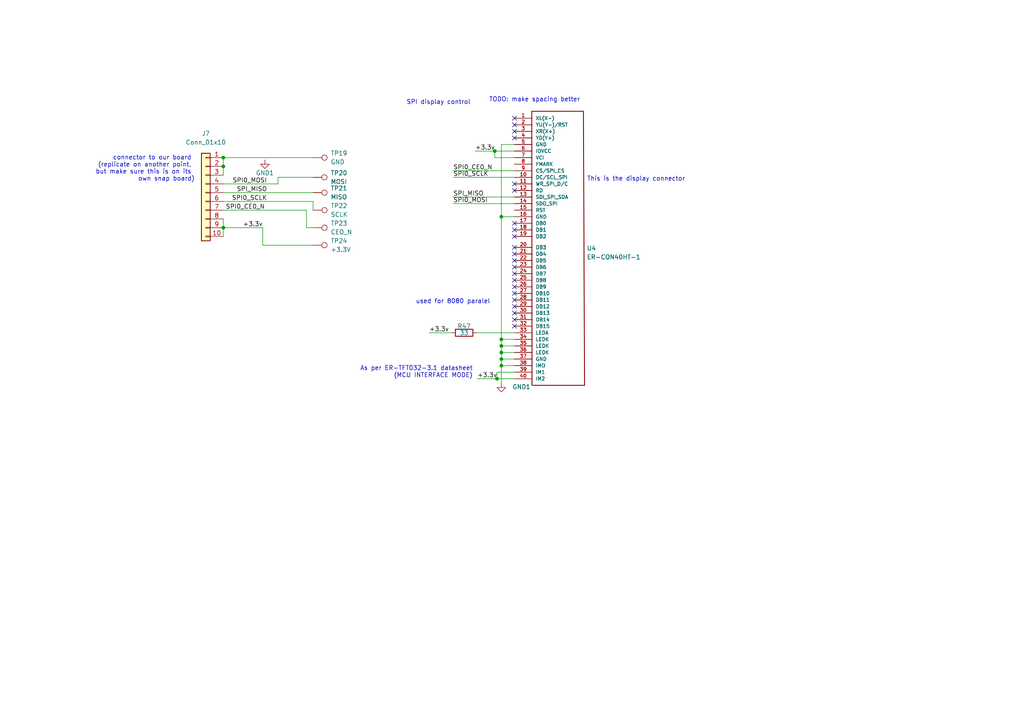
<source format=kicad_sch>
(kicad_sch (version 20210621) (generator eeschema)
  (paper "A4")
  (title_block (title "Display connector board (not part of mainboard)") (rev "indevRev2"))
  (lib_symbols
    (symbol "CON40:ER-CON40HT-1" (pin_names (offset 1.016))
      (property "Reference" "U" (at 8.001 2.9972 0))
      (property "Value" "ER-CON40HT-1" (at 5.08 -80.01 0))
      (symbol "ER-CON40HT-1_0_0"
        (polyline (pts (xy 5.0038 2.0066) (xy 19.9898 2.0066)) (stroke (width 0.254)))
        (polyline (pts (xy 5.08 -77.47) (xy 5.0038 2.0066)) (stroke (width 0.254)))
        (polyline (pts (xy 19.9898 2.0066) (xy 20.32 -77.47)) (stroke (width 0.254)))
        (polyline (pts (xy 20.32 -77.47) (xy 5.334 -77.47)) (stroke (width 0.254)))
        (pin bidirectional line (at 0 0 0) (length 5.08) (name "XL(X-)") (number "1"))
        (pin bidirectional line (at 0 -17.145 0) (length 5.08) (name "DC/SCL_SPI") (number "10"))
        (pin bidirectional line (at 0 -19.05 0) (length 5.08) (name "WR_SPI_D/C") (number "11"))
        (pin bidirectional line (at 0 -20.955 0) (length 5.08) (name "RD") (number "12"))
        (pin bidirectional line (at 0 -22.86 0) (length 5.08) (name "SDI_SPI_SDA") (number "13"))
        (pin bidirectional line (at 0 -24.765 0) (length 5.08) (name "SDO_SPI") (number "14"))
        (pin bidirectional line (at 0 -26.67 0) (length 5.08) (name "RST") (number "15"))
        (pin bidirectional line (at 0 -28.575 0) (length 5.08) (name "GND") (number "16"))
        (pin bidirectional line (at 0 -30.48 0) (length 5.08) (name "DB0") (number "17"))
        (pin bidirectional line (at 0 -32.385 0) (length 5.08) (name "DB1") (number "18"))
        (pin bidirectional line (at 0 -34.29 0) (length 5.08) (name "DB2") (number "19"))
        (pin bidirectional line (at 0 -1.905 0) (length 5.08) (name "YU(Y-)/RST") (number "2"))
        (pin bidirectional line (at 0 -37.465 0) (length 5.08) (name "DB3") (number "20"))
        (pin bidirectional line (at 0 -39.37 0) (length 5.08) (name "DB4") (number "21"))
        (pin bidirectional line (at 0 -41.275 0) (length 5.08) (name "DB5") (number "22"))
        (pin bidirectional line (at 0 -43.18 0) (length 5.08) (name "DB6") (number "23"))
        (pin bidirectional line (at 0 -45.085 0) (length 5.08) (name "DB7") (number "24"))
        (pin bidirectional line (at 0 -46.99 0) (length 5.08) (name "DB8") (number "25"))
        (pin bidirectional line (at 0 -48.895 0) (length 5.08) (name "DB9") (number "26"))
        (pin bidirectional line (at 0 -50.8 0) (length 5.08) (name "DB10") (number "27"))
        (pin bidirectional line (at 0 -52.705 0) (length 5.08) (name "DB11") (number "28"))
        (pin bidirectional line (at 0 -54.61 0) (length 5.08) (name "DB12") (number "29"))
        (pin bidirectional line (at 0 -3.81 0) (length 5.08) (name "XR(X+)") (number "3"))
        (pin bidirectional line (at 0 -56.515 0) (length 5.08) (name "DB13") (number "30"))
        (pin bidirectional line (at 0 -58.42 0) (length 5.08) (name "DB14") (number "31"))
        (pin bidirectional line (at 0 -60.325 0) (length 5.08) (name "DB15") (number "32"))
        (pin bidirectional line (at 0 -62.23 0) (length 5.08) (name "LEDA") (number "33"))
        (pin bidirectional line (at 0 -64.135 0) (length 5.08) (name "LEDK") (number "34"))
        (pin bidirectional line (at 0 -66.04 0) (length 5.08) (name "LEDK") (number "35"))
        (pin bidirectional line (at 0 -67.945 0) (length 5.08) (name "LEDK") (number "36"))
        (pin bidirectional line (at 0 -69.85 0) (length 5.08) (name "GND") (number "37"))
        (pin bidirectional line (at 0 -71.755 0) (length 5.08) (name "IMO") (number "38"))
        (pin bidirectional line (at 0 -73.66 0) (length 5.08) (name "IM1") (number "39"))
        (pin bidirectional line (at 0 -5.715 0) (length 5.08) (name "YD(Y+)") (number "4"))
        (pin bidirectional line (at 0 -75.565 0) (length 5.08) (name "IM2") (number "40"))
        (pin bidirectional line (at 0 -7.62 0) (length 5.08) (name "GND") (number "5"))
        (pin bidirectional line (at 0 -9.525 0) (length 5.08) (name "IOVCC") (number "6"))
        (pin bidirectional line (at 0 -11.43 0) (length 5.08) (name "VCI") (number "7"))
        (pin bidirectional line (at 0 -13.335 0) (length 5.08) (name "FMARK") (number "8"))
        (pin bidirectional line (at 0 -15.24 0) (length 5.08) (name "CS/SPI_CS") (number "9"))
      )
    )
    (symbol "Connector:TestPoint" (pin_numbers hide) (pin_names (offset 0.762) hide)
      (property "Reference" "TP" (at 0 6.858 0))
      (property "Value" "TestPoint" (at 0 5.08 0))
      (symbol "TestPoint_0_1"
        (circle (center 0 3.302) (radius 0.762))
      )
      (symbol "TestPoint_1_1"
        (pin passive line (at 0 0 90) (length 2.54) (name "1") (number "1"))
      )
    )
    (symbol "Connector_Generic:Conn_01x10" (pin_names (offset 1.016) hide)
      (property "Reference" "J" (at 0 12.7 0))
      (property "Value" "Conn_01x10" (at 0 -15.24 0))
      (symbol "Conn_01x10_1_1"
        (rectangle (start -1.27 -12.573) (end 0 -12.827) (stroke (width 0.1524)))
        (rectangle (start -1.27 -10.033) (end 0 -10.287) (stroke (width 0.1524)))
        (rectangle (start -1.27 -7.493) (end 0 -7.747) (stroke (width 0.1524)))
        (rectangle (start -1.27 -4.953) (end 0 -5.207) (stroke (width 0.1524)))
        (rectangle (start -1.27 -2.413) (end 0 -2.667) (stroke (width 0.1524)))
        (rectangle (start -1.27 0.127) (end 0 -0.127) (stroke (width 0.1524)))
        (rectangle (start -1.27 2.667) (end 0 2.413) (stroke (width 0.1524)))
        (rectangle (start -1.27 5.207) (end 0 4.953) (stroke (width 0.1524)))
        (rectangle (start -1.27 7.747) (end 0 7.493) (stroke (width 0.1524)))
        (rectangle (start -1.27 10.287) (end 0 10.033) (stroke (width 0.1524)))
        (rectangle (start -1.27 11.43) (end 1.27 -13.97) (stroke (width 0.254)) (fill (type background)))
        (pin passive line (at -5.08 10.16 0) (length 3.81) (name "Pin_1") (number "1"))
        (pin passive line (at -5.08 -12.7 0) (length 3.81) (name "Pin_10") (number "10"))
        (pin passive line (at -5.08 7.62 0) (length 3.81) (name "Pin_2") (number "2"))
        (pin passive line (at -5.08 5.08 0) (length 3.81) (name "Pin_3") (number "3"))
        (pin passive line (at -5.08 2.54 0) (length 3.81) (name "Pin_4") (number "4"))
        (pin passive line (at -5.08 0 0) (length 3.81) (name "Pin_5") (number "5"))
        (pin passive line (at -5.08 -2.54 0) (length 3.81) (name "Pin_6") (number "6"))
        (pin passive line (at -5.08 -5.08 0) (length 3.81) (name "Pin_7") (number "7"))
        (pin passive line (at -5.08 -7.62 0) (length 3.81) (name "Pin_8") (number "8"))
        (pin passive line (at -5.08 -10.16 0) (length 3.81) (name "Pin_9") (number "9"))
      )
    )
    (symbol "Device:R" (pin_numbers hide) (pin_names (offset 0))
      (property "Reference" "R" (at 2.032 0 90))
      (property "Value" "R" (at 0 0 90))
      (symbol "R_0_1"
        (rectangle (start -1.016 -2.54) (end 1.016 2.54) (stroke (width 0.254)))
      )
      (symbol "R_1_1"
        (pin passive line (at 0 3.81 270) (length 1.27) (name "~") (number "1"))
        (pin passive line (at 0 -3.81 90) (length 1.27) (name "~") (number "2"))
      )
    )
    (symbol "power:GND1" (power) (pin_names (offset 0))
      (property "Value" "GND1" (at 0 -3.81 0))
      (symbol "GND1_0_1"
        (polyline (pts (xy 0 0) (xy 0 -1.27) (xy 1.27 -1.27) (xy 0 -2.54) (xy -1.27 -1.27) (xy 0 -1.27)))
      )
      (symbol "GND1_1_1"
        (pin power_in line (at 0 0 270) (length 0) hide (name "GND1") (number "1"))
      )
    )
  )
  (junction (at 64.77 48.26))
  (junction (at 145.415 100.33) (diameter 0.9144))
  (junction (at 145.415 62.865) (diameter 0.9144))
  (junction (at 145.415 102.235) (diameter 0.9144))
  (junction (at 143.51 43.815) (diameter 0.9144))
  (junction (at 144.145 109.855) (diameter 0.9144))
  (junction (at 145.415 98.425) (diameter 0.9144))
  (junction (at 145.415 106.045) (diameter 0.9144))
  (junction (at 145.415 104.14) (diameter 0.9144))
  (junction (at 64.77 45.72))
  (junction (at 64.77 66.04))
  (no_connect (at 149.225 55.245))
  (no_connect (at 149.225 53.34))
  (no_connect (at 149.225 38.1))
  (no_connect (at 149.225 40.005))
  (no_connect (at 149.225 34.29))
  (no_connect (at 149.225 36.195))
  (no_connect (at 149.225 88.9))
  (no_connect (at 149.225 90.805))
  (no_connect (at 149.225 92.71))
  (no_connect (at 149.225 94.615))
  (no_connect (at 149.225 86.995))
  (no_connect (at 149.225 85.09))
  (no_connect (at 149.225 83.185))
  (no_connect (at 149.225 79.375))
  (no_connect (at 149.225 81.28))
  (no_connect (at 149.225 77.47))
  (no_connect (at 149.225 73.66))
  (no_connect (at 149.225 75.565))
  (no_connect (at 149.225 71.755))
  (no_connect (at 149.225 66.675))
  (no_connect (at 149.225 64.77))
  (no_connect (at 149.225 68.58))
  (wire (pts (xy 64.77 60.96) (xy 88.9 60.96)))
  (wire (pts (xy 131.445 51.435) (xy 149.225 51.435)))
  (wire (pts (xy 145.415 100.33) (xy 149.225 100.33)))
  (wire (pts (xy 131.445 57.15) (xy 149.225 57.15)))
  (wire (pts (xy 90.805 60.96) (xy 90.805 58.42)))
  (wire (pts (xy 64.77 66.04) (xy 64.77 68.58)))
  (wire (pts (xy 149.225 98.425) (xy 145.415 98.425)))
  (wire (pts (xy 137.795 43.815) (xy 143.51 43.815)))
  (wire (pts (xy 143.51 43.815) (xy 149.225 43.815)))
  (wire (pts (xy 80.645 51.435) (xy 80.645 53.34)))
  (wire (pts (xy 64.77 63.5) (xy 64.77 66.04)))
  (wire (pts (xy 90.805 51.435) (xy 80.645 51.435)))
  (wire (pts (xy 145.415 102.235) (xy 149.225 102.235)))
  (wire (pts (xy 145.415 106.045) (xy 149.225 106.045)))
  (wire (pts (xy 64.77 66.04) (xy 76.2 66.04)))
  (wire (pts (xy 64.77 53.34) (xy 80.645 53.34)))
  (wire (pts (xy 149.225 107.95) (xy 144.145 107.95)))
  (wire (pts (xy 144.145 107.95) (xy 144.145 109.855)))
  (wire (pts (xy 64.77 48.26) (xy 64.77 45.72)))
  (wire (pts (xy 64.77 50.8) (xy 64.77 48.26)))
  (wire (pts (xy 64.77 45.72) (xy 90.805 45.72)))
  (wire (pts (xy 149.225 45.72) (xy 143.51 45.72)))
  (wire (pts (xy 143.51 45.72) (xy 143.51 43.815)))
  (wire (pts (xy 64.77 58.42) (xy 90.805 58.42)))
  (wire (pts (xy 144.145 109.855) (xy 149.225 109.855)))
  (wire (pts (xy 138.43 109.855) (xy 144.145 109.855)))
  (wire (pts (xy 124.46 96.52) (xy 130.81 96.52)))
  (wire (pts (xy 90.805 71.12) (xy 76.2 71.12)))
  (wire (pts (xy 88.9 66.04) (xy 88.9 60.96)))
  (wire (pts (xy 64.77 55.88) (xy 90.805 55.88)))
  (wire (pts (xy 145.415 106.045) (xy 145.415 104.14)))
  (wire (pts (xy 145.415 102.235) (xy 145.415 104.14)))
  (wire (pts (xy 145.415 100.33) (xy 145.415 102.235)))
  (wire (pts (xy 145.415 98.425) (xy 145.415 100.33)))
  (wire (pts (xy 145.415 111.125) (xy 145.415 106.045)))
  (wire (pts (xy 145.415 62.865) (xy 145.415 98.425)))
  (wire (pts (xy 145.415 62.865) (xy 145.415 41.91)))
  (wire (pts (xy 145.415 41.91) (xy 149.225 41.91)))
  (wire (pts (xy 131.445 49.53) (xy 149.225 49.53)))
  (wire (pts (xy 76.2 71.12) (xy 76.2 66.04)))
  (wire (pts (xy 90.805 66.04) (xy 88.9 66.04)))
  (wire (pts (xy 131.445 59.055) (xy 149.225 59.055)))
  (wire (pts (xy 145.415 104.14) (xy 149.225 104.14)))
  (wire (pts (xy 138.43 96.52) (xy 149.225 96.52)))
  (wire (pts (xy 145.415 62.865) (xy 149.225 62.865)))
  (text "As per ER-TFT032-3.1 datasheet\n(MCU INTERFACE MODE)\n\n" (at 137.16 111.76 0) (effects (font (size 1.27 1.27)) (justify right bottom)))
  (text "SPI display control" (at 136.525 30.48 180) (effects (font (size 1.27 1.27)) (justify right bottom)))
  (text "This is the display connector\n" (at 198.755 52.705 180) (effects (font (size 1.27 1.27)) (justify right bottom)))
  (text "TODO: make spacing better\n\n" (at 168.275 31.75 180) (effects (font (size 1.27 1.27)) (justify right bottom)))
  (text "connector to our board \n(replicate on another point, \nbut make sure this is on its \nown snap board)\n" (at 56.515 52.705 0) (effects (font (size 1.27 1.27)) (justify right bottom)))
  (text "used for 8080 paralel\n" (at 142.24 88.265 180) (effects (font (size 1.27 1.27)) (justify right bottom)))
  (label "SPI_MISO" (at 77.47 55.88 180))
  (label "+3.3v" (at 138.43 109.855 0))
  (label "SPI0_CE0_N" (at 76.835 60.96 180))
  (label "+3.3v" (at 76.2 66.04 180))
  (label "SPI0_MOSI" (at 77.47 53.34 180))
  (label "+3.3v" (at 124.46 96.52 0))
  (label "SPI_MISO" (at 131.445 57.15 0))
  (label "SPI0_SCLK" (at 131.445 51.435 0))
  (label "SPI0_SCLK" (at 77.47 58.42 180))
  (label "SPI0_CE0_N" (at 131.445 49.53 0))
  (label "SPI0_MOSI" (at 131.445 59.055 0))
  (label "+3.3v" (at 137.795 43.815 0))
  (symbol (lib_id "Connector:TestPoint") (at 90.805 45.72 270) (unit 1)
    (property "Reference" "TP19" (at 95.885 44.4499 90) (effects (justify left)))
    (property "Value" "GND" (at 95.885 46.9899 90) (effects (justify left)))
    (property "Footprint" "TestPoint:TestPoint_Pad_2.0x2.0mm" (effects hide))
  )
  (symbol (lib_id "Connector:TestPoint") (at 90.805 71.12 270) (unit 1)
    (property "Reference" "TP24" (at 95.885 69.8499 90) (effects (justify left)))
    (property "Value" "+3.3V" (at 95.885 72.3899 90) (effects (justify left)))
    (property "Footprint" "TestPoint:TestPoint_Pad_2.0x2.0mm" (effects hide))
  )
  (symbol (lib_id "Connector:TestPoint") (at 90.805 66.04 270) (unit 1)
    (property "Reference" "TP23" (at 95.885 64.7699 90) (effects (justify left)))
    (property "Value" "CEO_N" (at 95.885 67.3099 90) (effects (justify left)))
    (property "Footprint" "TestPoint:TestPoint_Pad_2.0x2.0mm" (effects hide))
  )
  (symbol (lib_id "Connector:TestPoint") (at 90.805 51.435 270) (unit 1)
    (property "Reference" "TP20" (at 95.885 50.1649 90) (effects (justify left)))
    (property "Value" "MOSI" (at 95.885 52.7049 90) (effects (justify left)))
    (property "Footprint" "TestPoint:TestPoint_Pad_2.0x2.0mm" (effects hide))
  )
  (symbol (lib_id "Device:R") (at 134.62 96.52 90) (unit 1)
    (property "Reference" "R47" (at 134.62 94.615 90))
    (property "Value" "33" (at 134.62 96.52 90))
    (property "Footprint" "Resistor_SMD:R_0805_2012Metric_Pad1.20x1.40mm_HandSolder" (effects hide))
  )
  (symbol (lib_id "Connector:TestPoint") (at 90.805 60.96 270) (unit 1)
    (property "Reference" "TP22" (at 95.885 59.6899 90) (effects (justify left)))
    (property "Value" "SCLK" (at 95.885 62.2299 90) (effects (justify left)))
    (property "Footprint" "TestPoint:TestPoint_Pad_2.0x2.0mm" (effects hide))
  )
  (symbol (lib_id "Connector_Generic:Conn_01x10") (at 59.69 55.88 0) (mirror y) (unit 1)
    (property "Reference" "J7" (at 59.69 38.735 0))
    (property "Value" "Conn_01x10" (at 59.69 41.275 0))
    (property "Footprint" "CM4IO:522711169" (effects hide))
  )
  (symbol (lib_id "Connector:TestPoint") (at 90.805 55.88 270) (unit 1)
    (property "Reference" "TP21" (at 95.885 54.6099 90) (effects (justify left)))
    (property "Value" "MISO" (at 95.885 57.1499 90) (effects (justify left)))
    (property "Footprint" "TestPoint:TestPoint_Pad_2.0x2.0mm" (effects hide))
  )
  (symbol (lib_id "power:GND1") (at 76.835 46.355 0) (unit 1)
    (property "Reference" "#PWR044" (effects hide))
    (property "Value" "GND1" (at 76.835 50.165 0))
  )
  (symbol (lib_id "power:GND1") (at 145.415 111.125 0) (unit 1)
    (property "Reference" "#PWR045" (effects hide))
    (property "Value" "GND1" (at 148.59 112.2044 0) (effects (justify left)))
  )
  (symbol (lib_id "CON40:ER-CON40HT-1") (at 149.225 34.29 0) (unit 1)
    (property "Reference" "U4" (at 170.18 72.0216 0) (effects (justify left)))
    (property "Value" "ER-CON40HT-1" (at 170.18 74.5616 0) (effects (justify left)))
    (property "Footprint" "ER-CON40HT-1:ER-CON40HT-1" (effects hide))
  )
)
</source>
